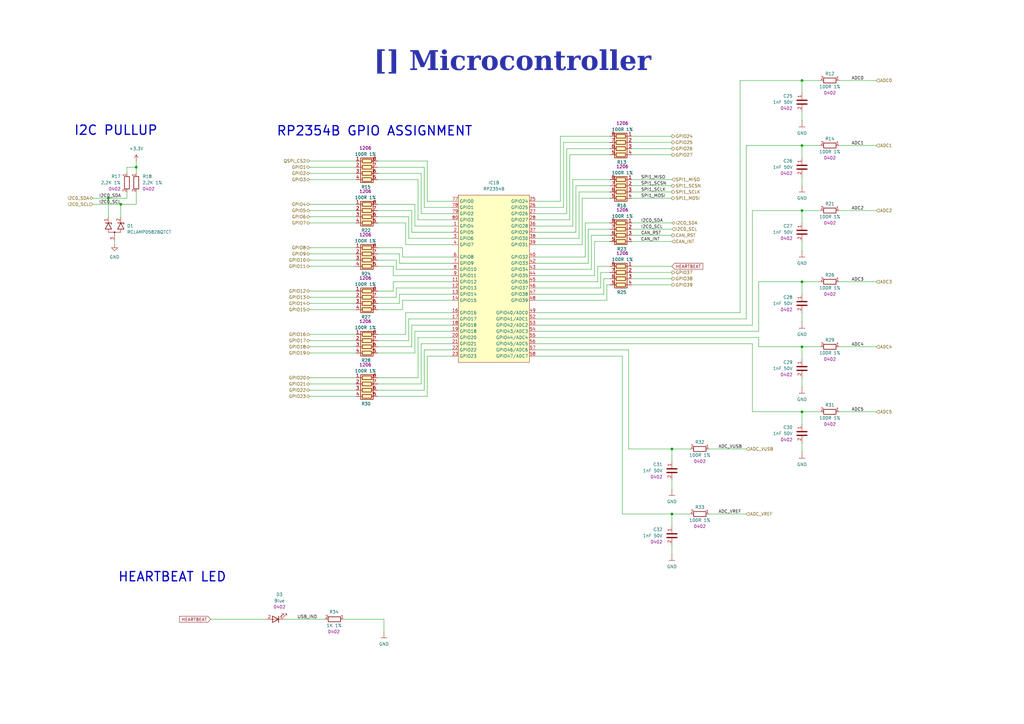
<source format=kicad_sch>
(kicad_sch (version 20250114) (generator "eeschema") (generator_version "9.0")
  (paper "A3")
  (title_block (title "Microcontroller") (date "2026-01-31") (rev "${REVISION}") (company "${COMPANY}"))
  (lib_symbols
    (symbol "DS_Capacitor_0402:1nF 50V 0402"
      (property "Reference" "C" (at 3.81 2.032 0))
      (property "Value" "1nF 50V" (at 3.81 0 0))
      (property "FOOTPRINT_SHORT" "0402" (at 3.81 -2.032 0))
      (symbol "1nF 50V 0402_1_1"
        (pin passive line (at 0 3.81 270) (length 2.794) (name "~") (number "1"))
        (pin passive line (at 0 -3.81 90) (length 2.794) (name "~") (number "2"))
      )
    )
    (symbol "DS_Diode:RCLAMP0582BQTCT"
      (property "Reference" "D" (at 5.588 1.778 0))
      (property "Value" "RCLAMP0582BQTCT" (at 5.588 -0.254 0))
      (symbol "RCLAMP0582BQTCT_0_1"
        (pin passive line (at 0 -5.08 90) (length 2.54) (name "A") (number "3"))
      )
      (symbol "RCLAMP0582BQTCT_1_1"
        (pin passive line (at -2.54 5.08 270) (length 2.54) (name "K1") (number "1"))
        (pin passive line (at 2.54 5.08 270) (length 2.54) (name "K2") (number "2"))
      )
    )
    (symbol "DS_Microcontroller:RP2354B"
      (property "Reference" "IC" (at 5.588 39.37 0))
      (property "Value" "RP2354B" (at 6.096 36.83 0))
      (symbol "RP2354B_1_1"
        (pin power_in line (at -16.51 31.75 0) (length 2.54) (name "IOVDD1") (number "5"))
        (pin power_in line (at -16.51 29.21 0) (length 2.54) (name "IOVDD2") (number "15"))
        (pin power_in line (at -16.51 26.67 0) (length 2.54) (name "IOVDD3") (number "24"))
        (pin power_in line (at -16.51 24.13 0) (length 2.54) (name "IOVDD4") (number "29"))
        (pin power_in line (at -16.51 21.59 0) (length 2.54) (name "IOVDD5") (number "41"))
        (pin power_in line (at -16.51 19.05 0) (length 2.54) (name "IOVDD6") (number "50"))
        (pin power_in line (at -16.51 16.51 0) (length 2.54) (name "IOVDD7") (number "60"))
        (pin power_in line (at -16.51 13.97 0) (length 2.54) (name "IOVDD8") (number "76"))
        (pin passive line (at -16.51 7.62 0) (length 2.54) (name "ADC_AVDD") (number "59"))
        (pin power_in line (at -16.51 5.08 0) (length 2.54) (name "VREG_AVDD") (number "61"))
        (pin power_in line (at -16.51 0 0) (length 2.54) (name "QSPI_IOVDD") (number "69"))
        (pin power_in line (at -16.51 -2.54 0) (length 2.54) (name "USB_OTP_VDD") (number "68"))
        (pin power_in line (at -16.51 -7.62 0) (length 2.54) (name "VREG_IN") (number "64"))
        (pin power_out line (at -16.51 -10.16 0) (length 2.54) (name "VREF_FB") (number "65"))
        (pin passive line (at -16.51 -12.7 0) (length 2.54) (name "VREG_LC") (number "63"))
        (pin power_in line (at -16.51 -17.78 0) (length 2.54) (name "DVDD1") (number "10"))
        (pin power_in line (at -16.51 -20.32 0) (length 2.54) (name "DVDD2") (number "32"))
        (pin power_in line (at -16.51 -22.86 0) (length 2.54) (name "DVDD3") (number "51"))
        (pin power_in line (at -16.51 -29.21 0) (length 2.54) (name "VREG_PGND") (number "62"))
        (pin power_in line (at -16.51 -31.75 0) (length 2.54) (name "GND") (number "81"))
        (pin input line (at 17.78 31.75 180) (length 2.54) (name "RUN") (number "35"))
        (pin passive line (at 17.78 19.05 180) (length 2.54) (name "USB_DM") (number "66"))
        (pin passive line (at 17.78 16.51 180) (length 2.54) (name "USB_DP") (number "67"))
        (pin passive line (at 17.78 10.16 180) (length 2.54) (name "SWDIO") (number "34"))
        (pin passive line (at 17.78 7.62 180) (length 2.54) (name "SWCLK") (number "33"))
        (pin passive line (at 17.78 0 180) (length 2.54) (name "XIN") (number "30"))
        (pin passive line (at 17.78 -2.54 180) (length 2.54) (name "XOUT") (number "31"))
        (pin passive line (at 17.78 -19.05 180) (length 2.54) (name "QSPI_SS") (number "75"))
        (pin passive line (at 17.78 -21.59 180) (length 2.54) (name "QSPI_SCLK") (number "71"))
        (pin passive line (at 17.78 -24.13 180) (length 2.54) (name "QSPI_SD0") (number "72"))
        (pin passive line (at 17.78 -26.67 180) (length 2.54) (name "QSPI_SD1") (number "74"))
        (pin passive line (at 17.78 -29.21 180) (length 2.54) (name "QSPI_SD2") (number "73"))
        (pin passive line (at 17.78 -31.75 180) (length 2.54) (name "QSPI_SD3") (number "70"))
      )
      (symbol "RP2354B_2_1"
        (pin bidirectional line (at -16.51 31.75 0) (length 2.54) (name "GPIO0") (number "77"))
        (pin bidirectional line (at -16.51 29.21 0) (length 2.54) (name "GPIO1") (number "78"))
        (pin bidirectional line (at -16.51 26.67 0) (length 2.54) (name "GPIO2") (number "79"))
        (pin bidirectional line (at -16.51 24.13 0) (length 2.54) (name "GPIO3") (number "80"))
        (pin bidirectional line (at -16.51 21.59 0) (length 2.54) (name "GPIO4") (number "1"))
        (pin bidirectional line (at -16.51 19.05 0) (length 2.54) (name "GPIO5") (number "2"))
        (pin bidirectional line (at -16.51 16.51 0) (length 2.54) (name "GPIO6") (number "3"))
        (pin bidirectional line (at -16.51 13.97 0) (length 2.54) (name "GPIO7") (number "4"))
        (pin bidirectional line (at -16.51 8.89 0) (length 2.54) (name "GPIO8") (number "6"))
        (pin bidirectional line (at -16.51 6.35 0) (length 2.54) (name "GPIO9") (number "7"))
        (pin bidirectional line (at -16.51 3.81 0) (length 2.54) (name "GPIO10") (number "8"))
        (pin bidirectional line (at -16.51 1.27 0) (length 2.54) (name "GPIO11") (number "9"))
        (pin bidirectional line (at -16.51 -1.27 0) (length 2.54) (name "GPIO12") (number "11"))
        (pin bidirectional line (at -16.51 -3.81 0) (length 2.54) (name "GPIO13") (number "12"))
        (pin bidirectional line (at -16.51 -6.35 0) (length 2.54) (name "GPIO14") (number "13"))
        (pin bidirectional line (at -16.51 -8.89 0) (length 2.54) (name "GPIO15") (number "14"))
        (pin bidirectional line (at -16.51 -13.97 0) (length 2.54) (name "GPIO16") (number "16"))
        (pin bidirectional line (at -16.51 -16.51 0) (length 2.54) (name "GPIO17") (number "17"))
        (pin bidirectional line (at -16.51 -19.05 0) (length 2.54) (name "GPIO18") (number "18"))
        (pin bidirectional line (at -16.51 -21.59 0) (length 2.54) (name "GPIO18") (number "19"))
        (pin bidirectional line (at -16.51 -24.13 0) (length 2.54) (name "GPIO20") (number "20"))
        (pin bidirectional line (at -16.51 -26.67 0) (length 2.54) (name "GPIO21") (number "21"))
        (pin bidirectional line (at -16.51 -29.21 0) (length 2.54) (name "GPIO22") (number "22"))
        (pin bidirectional line (at -16.51 -31.75 0) (length 2.54) (name "GPIO23") (number "23"))
        (pin bidirectional line (at 17.78 31.75 180) (length 2.54) (name "GPIO24") (number "25"))
        (pin bidirectional line (at 17.78 29.21 180) (length 2.54) (name "GPIO25") (number "26"))
        (pin bidirectional line (at 17.78 26.67 180) (length 2.54) (name "GPIO26") (number "27"))
        (pin bidirectional line (at 17.78 24.13 180) (length 2.54) (name "GPIO27") (number "28"))
        (pin bidirectional line (at 17.78 21.59 180) (length 2.54) (name "GPIO28") (number "36"))
        (pin bidirectional line (at 17.78 19.05 180) (length 2.54) (name "GPIO29") (number "37"))
        (pin bidirectional line (at 17.78 16.51 180) (length 2.54) (name "GPIO30") (number "38"))
        (pin bidirectional line (at 17.78 13.97 180) (length 2.54) (name "GPIO31") (number "39"))
        (pin bidirectional line (at 17.78 8.89 180) (length 2.54) (name "GPIO32") (number "40"))
        (pin bidirectional line (at 17.78 6.35 180) (length 2.54) (name "GPIO33") (number "42"))
        (pin bidirectional line (at 17.78 3.81 180) (length 2.54) (name "GPIO34") (number "43"))
        (pin bidirectional line (at 17.78 1.27 180) (length 2.54) (name "GPIO35") (number "44"))
        (pin bidirectional line (at 17.78 -1.27 180) (length 2.54) (name "GPIO36") (number "45"))
        (pin bidirectional line (at 17.78 -3.81 180) (length 2.54) (name "GPIO37") (number "46"))
        (pin bidirectional line (at 17.78 -6.35 180) (length 2.54) (name "GPIO38") (number "47"))
        (pin bidirectional line (at 17.78 -8.89 180) (length 2.54) (name "GPIO39") (number "48"))
        (pin bidirectional line (at 17.78 -13.97 180) (length 2.54) (name "GPIO40/ADC0") (number "49"))
        (pin bidirectional line (at 17.78 -16.51 180) (length 2.54) (name "GPIO41/ADC1") (number "52"))
        (pin bidirectional line (at 17.78 -19.05 180) (length 2.54) (name "GPIO42/ADC2") (number "53"))
        (pin bidirectional line (at 17.78 -21.59 180) (length 2.54) (name "GPIO43/ADC3") (number "54"))
        (pin bidirectional line (at 17.78 -24.13 180) (length 2.54) (name "GPIO44/ADC4") (number "55"))
        (pin bidirectional line (at 17.78 -26.67 180) (length 2.54) (name "GPIO45/ADC5") (number "56"))
        (pin bidirectional line (at 17.78 -29.21 180) (length 2.54) (name "GPIO46/ADC6") (number "57"))
        (pin bidirectional line (at 17.78 -31.75 180) (length 2.54) (name "GPIO47/ADC7") (number "58"))
      )
    )
    (symbol "DS_Opto:Blue 0402"
      (property "Reference" "D" (at -1.27 5.08 0))
      (property "Value" "Blue" (at -1.27 2.794 0))
      (property "Size" "0402" (at -1.016 -3.302 0))
      (symbol "Blue 0402_1_1"
        (pin passive line (at -3.81 0 0) (length 2.54) (name "") (number "1"))
        (pin passive line (at 3.81 0 180) (length 2.54) (name "") (number "2"))
      )
    )
    (symbol "DS_Resistor_0402:100R 1% 0402"
      (property "Reference" "R" (at 2.032 2.032 0))
      (property "Value" "100R 1%" (at 2.032 0 0))
      (property "FOOTPRINT_SHORT" "0402" (at 2.032 -2.032 0))
      (symbol "100R 1% 0402_1_1"
        (pin passive line (at 0 3.81 270) (length 1.27) (name "~") (number "1"))
        (pin passive line (at 0 -3.81 90) (length 1.27) (name "~") (number "2"))
      )
    )
    (symbol "DS_Resistor_0402:1K 1% 0402"
      (property "Reference" "R" (at 2.032 2.032 0))
      (property "Value" "1K 1%" (at 2.032 0 0))
      (property "FOOTPRINT_SHORT" "0402" (at 2.032 -2.032 0))
      (symbol "1K 1% 0402_1_1"
        (pin passive line (at 0 3.81 270) (length 1.27) (name "~") (number "1"))
        (pin passive line (at 0 -3.81 90) (length 1.27) (name "~") (number "2"))
      )
    )
    (symbol "DS_Resistor_0402:2.2K 1% 0402"
      (property "Reference" "R" (at 2.032 2.032 0))
      (property "Value" "2.2K 1%" (at 2.032 0 0))
      (property "FOOTPRINT_SHORT" "0402" (at 2.032 -2.032 0))
      (symbol "2.2K 1% 0402_1_1"
        (pin passive line (at 0 3.81 270) (length 1.27) (name "~") (number "1"))
        (pin passive line (at 0 -3.81 90) (length 1.27) (name "~") (number "2"))
      )
    )
    (symbol "DS_Resistor_1206:100R 1% ARRAY 1206"
      (property "Reference" "R" (at 6.096 2.794 0))
      (property "Value" "100R 1%" (at 6.096 0.762 0))
      (property "FOOTPRINT_SHORT" "1206" (at 6.096 -1.27 0))
      (symbol "100R 1% ARRAY 1206_1_1"
        (pin passive line (at -3.81 5.08 270) (length 2.54) (name "R12") (number "8"))
        (pin passive line (at -3.81 -3.81 90) (length 1.27) (name "R11") (number "1"))
        (pin passive line (at -1.27 5.08 270) (length 2.54) (name "R22") (number "7"))
        (pin passive line (at -1.27 -3.81 90) (length 1.27) (name "R12") (number "2"))
        (pin passive line (at 1.27 5.08 270) (length 2.54) (name "R23") (number "6"))
        (pin passive line (at 1.27 -3.81 90) (length 1.27) (name "R13") (number "3"))
        (pin passive line (at 3.81 5.08 270) (length 2.54) (name "R24") (number "5"))
        (pin passive line (at 3.81 -3.81 90) (length 1.27) (name "R14") (number "4"))
      )
    )
    (symbol "DS_Supply:GND" (power) (pin_numbers (hide yes)) (pin_names (offset 0) (hide yes))
      (property "Value" "GND" (at 0 -3.81 0))
      (symbol "GND_1_1"
        (pin power_in line (at 0 0 270) (length 0) (name "~") (number "1"))
      )
    )
    (symbol "power:+3.3V" (power) (pin_numbers (hide yes)) (pin_names (offset 0) (hide yes))
      (property "Value" "+3.3V" (at 0 3.556 0))
      (symbol "+3.3V_1_1"
        (pin power_in line (at 0 0 90) (length 0) (name "~") (number "1"))
      )
    )
    (symbol "power:GND" (power) (pin_numbers (hide yes)) (pin_names (offset 0) (hide yes))
      (property "Value" "GND" (at 0 -3.81 0))
      (symbol "GND_1_1"
        (pin power_in line (at 0 0 270) (length 0) (name "~") (number "1"))
      )
    )
  )
  (text "I2C PULLUP" (at 30.226 53.594 0) (effects (font (size 3.81 3.81) (thickness 0.508) (bold yes)) (justify left)))
  (text "HEARTBEAT LED" (at 48.26 236.728 0) (effects (font (size 3.81 3.81) (thickness 0.508) (bold yes)) (justify left)))
  (text "RP2354B GPIO ASSIGNMENT" (at 113.284 53.848 0) (effects (font (size 3.81 3.81) (thickness 0.508) (bold yes)) (justify left)))
  (text_box "[${#}] ${TITLE}" (at 12.7 19.05 0) (size 394.97 12.7) (margins 5.9999 5.9999 5.9999 5.9999) (stroke (width -0.0001)) (effects (font (size 8 8) (thickness 1.2) (bold yes))))
  (junction (at 328.93 59.69))
  (junction (at 328.93 86.36))
  (junction (at 275.59 210.82))
  (junction (at 328.93 142.24))
  (junction (at 55.88 68.58))
  (junction (at 44.45 81.28))
  (junction (at 49.53 83.82))
  (junction (at 328.93 33.02))
  (junction (at 275.59 184.15))
  (junction (at 328.93 168.91))
  (junction (at 328.93 115.57))
  (wire (pts (xy 328.93 185.42) (xy 328.93 181.61)))
  (wire (pts (xy 154.94 121.92) (xy 162.56 121.92)))
  (wire (pts (xy 236.22 76.2) (xy 236.22 95.25)))
  (wire (pts (xy 154.94 106.68) (xy 162.56 106.68)))
  (wire (pts (xy 38.1 83.82) (xy 49.53 83.82)))
  (wire (pts (xy 219.71 133.35) (xy 308.61 133.35)))
  (wire (pts (xy 109.22 254) (xy 86.36 254)))
  (wire (pts (xy 247.65 120.65) (xy 219.71 120.65)))
  (wire (pts (xy 328.93 115.57) (xy 328.93 120.65)))
  (wire (pts (xy 166.37 137.16) (xy 166.37 128.27)))
  (wire (pts (xy 157.48 254) (xy 157.48 259.08)))
  (wire (pts (xy 175.26 66.04) (xy 175.26 82.55)))
  (wire (pts (xy 232.41 87.63) (xy 219.71 87.63)))
  (wire (pts (xy 154.94 137.16) (xy 166.37 137.16)))
  (wire (pts (xy 171.45 138.43) (xy 185.42 138.43)))
  (wire (pts (xy 336.55 115.57) (xy 328.93 115.57)))
  (wire (pts (xy 166.37 91.44) (xy 166.37 100.33)))
  (wire (pts (xy 311.15 138.43) (xy 311.15 142.24)))
  (wire (pts (xy 240.03 91.44) (xy 240.03 105.41)))
  (wire (pts (xy 127 160.02) (xy 146.05 160.02)))
  (wire (pts (xy 166.37 100.33) (xy 185.42 100.33)))
  (wire (pts (xy 306.07 184.15) (xy 290.83 184.15)))
  (wire (pts (xy 168.91 142.24) (xy 168.91 133.35)))
  (wire (pts (xy 165.1 105.41) (xy 185.42 105.41)))
  (wire (pts (xy 237.49 78.74) (xy 237.49 97.79)))
  (wire (pts (xy 248.92 116.84) (xy 250.19 116.84)))
  (wire (pts (xy 52.07 68.58) (xy 55.88 68.58)))
  (wire (pts (xy 170.18 135.89) (xy 185.42 135.89)))
  (wire (pts (xy 127 106.68) (xy 146.05 106.68)))
  (wire (pts (xy 259.08 58.42) (xy 275.59 58.42)))
  (wire (pts (xy 55.88 78.74) (xy 55.88 83.82)))
  (wire (pts (xy 241.3 93.98) (xy 241.3 107.95)))
  (wire (pts (xy 250.19 76.2) (xy 236.22 76.2)))
  (wire (pts (xy 127 66.04) (xy 146.05 66.04)))
  (wire (pts (xy 234.95 73.66) (xy 234.95 92.71)))
  (wire (pts (xy 242.57 110.49) (xy 219.71 110.49)))
  (wire (pts (xy 171.45 90.17) (xy 185.42 90.17)))
  (wire (pts (xy 173.99 143.51) (xy 185.42 143.51)))
  (wire (pts (xy 127 142.24) (xy 146.05 142.24)))
  (wire (pts (xy 163.83 104.14) (xy 163.83 107.95)))
  (wire (pts (xy 359.41 33.02) (xy 344.17 33.02)))
  (wire (pts (xy 336.55 86.36) (xy 328.93 86.36)))
  (wire (pts (xy 303.53 128.27) (xy 303.53 33.02)))
  (wire (pts (xy 219.71 138.43) (xy 311.15 138.43)))
  (wire (pts (xy 231.14 85.09) (xy 219.71 85.09)))
  (wire (pts (xy 175.26 146.05) (xy 185.42 146.05)))
  (wire (pts (xy 52.07 71.12) (xy 52.07 68.58)))
  (wire (pts (xy 154.94 157.48) (xy 172.72 157.48)))
  (wire (pts (xy 328.93 76.2) (xy 328.93 72.39)))
  (wire (pts (xy 328.93 142.24) (xy 328.93 147.32)))
  (wire (pts (xy 172.72 87.63) (xy 185.42 87.63)))
  (wire (pts (xy 259.08 55.88) (xy 275.59 55.88)))
  (wire (pts (xy 154.94 66.04) (xy 175.26 66.04)))
  (wire (pts (xy 259.08 91.44) (xy 275.59 91.44)))
  (wire (pts (xy 116.84 254) (xy 133.35 254)))
  (wire (pts (xy 233.68 90.17) (xy 219.71 90.17)))
  (wire (pts (xy 154.94 144.78) (xy 170.18 144.78)))
  (wire (pts (xy 171.45 73.66) (xy 171.45 90.17)))
  (wire (pts (xy 127 101.6) (xy 146.05 101.6)))
  (wire (pts (xy 229.87 55.88) (xy 229.87 82.55)))
  (wire (pts (xy 44.45 81.28) (xy 44.45 88.9)))
  (wire (pts (xy 259.08 76.2) (xy 275.59 76.2)))
  (wire (pts (xy 167.64 97.79) (xy 185.42 97.79)))
  (wire (pts (xy 243.84 113.03) (xy 219.71 113.03)))
  (wire (pts (xy 275.59 184.15) (xy 275.59 189.23)))
  (wire (pts (xy 127 157.48) (xy 146.05 157.48)))
  (wire (pts (xy 172.72 157.48) (xy 172.72 140.97)))
  (wire (pts (xy 275.59 227.33) (xy 275.59 223.52)))
  (wire (pts (xy 238.76 81.28) (xy 238.76 100.33)))
  (wire (pts (xy 306.07 59.69) (xy 328.93 59.69)))
  (wire (pts (xy 165.1 123.19) (xy 185.42 123.19)))
  (wire (pts (xy 52.07 78.74) (xy 52.07 81.28)))
  (wire (pts (xy 170.18 83.82) (xy 170.18 92.71)))
  (wire (pts (xy 238.76 100.33) (xy 219.71 100.33)))
  (wire (pts (xy 245.11 109.22) (xy 250.19 109.22)))
  (wire (pts (xy 161.29 113.03) (xy 185.42 113.03)))
  (wire (pts (xy 259.08 81.28) (xy 275.59 81.28)))
  (wire (pts (xy 154.94 71.12) (xy 172.72 71.12)))
  (wire (pts (xy 246.38 111.76) (xy 250.19 111.76)))
  (wire (pts (xy 219.71 135.89) (xy 311.15 135.89)))
  (wire (pts (xy 336.55 33.02) (xy 328.93 33.02)))
  (wire (pts (xy 359.41 59.69) (xy 344.17 59.69)))
  (wire (pts (xy 259.08 109.22) (xy 275.59 109.22)))
  (wire (pts (xy 127 144.78) (xy 146.05 144.78)))
  (wire (pts (xy 154.94 154.94) (xy 171.45 154.94)))
  (wire (pts (xy 275.59 200.66) (xy 275.59 196.85)))
  (wire (pts (xy 283.21 210.82) (xy 275.59 210.82)))
  (wire (pts (xy 250.19 78.74) (xy 237.49 78.74)))
  (wire (pts (xy 171.45 154.94) (xy 171.45 138.43)))
  (wire (pts (xy 168.91 86.36) (xy 168.91 95.25)))
  (wire (pts (xy 165.1 127) (xy 165.1 123.19)))
  (wire (pts (xy 308.61 86.36) (xy 328.93 86.36)))
  (wire (pts (xy 306.07 130.81) (xy 306.07 59.69)))
  (wire (pts (xy 173.99 68.58) (xy 173.99 85.09)))
  (wire (pts (xy 219.71 143.51) (xy 257.81 143.51)))
  (wire (pts (xy 154.94 127) (xy 165.1 127)))
  (wire (pts (xy 154.94 160.02) (xy 173.99 160.02)))
  (wire (pts (xy 219.71 140.97) (xy 308.61 140.97)))
  (wire (pts (xy 328.93 132.08) (xy 328.93 128.27)))
  (wire (pts (xy 127 109.22) (xy 146.05 109.22)))
  (wire (pts (xy 173.99 160.02) (xy 173.99 143.51)))
  (wire (pts (xy 55.88 68.58) (xy 55.88 71.12)))
  (wire (pts (xy 154.94 88.9) (xy 167.64 88.9)))
  (wire (pts (xy 154.94 109.22) (xy 161.29 109.22)))
  (wire (pts (xy 255.27 210.82) (xy 275.59 210.82)))
  (wire (pts (xy 242.57 96.52) (xy 242.57 110.49)))
  (wire (pts (xy 154.94 68.58) (xy 173.99 68.58)))
  (wire (pts (xy 38.1 81.28) (xy 44.45 81.28)))
  (wire (pts (xy 127 137.16) (xy 146.05 137.16)))
  (wire (pts (xy 162.56 121.92) (xy 162.56 118.11)))
  (wire (pts (xy 336.55 168.91) (xy 328.93 168.91)))
  (wire (pts (xy 162.56 106.68) (xy 162.56 110.49)))
  (wire (pts (xy 328.93 158.75) (xy 328.93 154.94)))
  (wire (pts (xy 127 86.36) (xy 146.05 86.36)))
  (wire (pts (xy 127 83.82) (xy 146.05 83.82)))
  (wire (pts (xy 241.3 107.95) (xy 219.71 107.95)))
  (wire (pts (xy 306.07 210.82) (xy 290.83 210.82)))
  (wire (pts (xy 328.93 59.69) (xy 328.93 64.77)))
  (wire (pts (xy 247.65 114.3) (xy 247.65 120.65)))
  (wire (pts (xy 250.19 58.42) (xy 231.14 58.42)))
  (wire (pts (xy 229.87 82.55) (xy 219.71 82.55)))
  (wire (pts (xy 303.53 33.02) (xy 328.93 33.02)))
  (wire (pts (xy 163.83 124.46) (xy 163.83 120.65)))
  (wire (pts (xy 154.94 139.7) (xy 167.64 139.7)))
  (wire (pts (xy 127 71.12) (xy 146.05 71.12)))
  (wire (pts (xy 308.61 133.35) (xy 308.61 86.36)))
  (wire (pts (xy 259.08 114.3) (xy 275.59 114.3)))
  (wire (pts (xy 46.99 100.33) (xy 46.99 99.06)))
  (wire (pts (xy 168.91 133.35) (xy 185.42 133.35)))
  (wire (pts (xy 127 162.56) (xy 146.05 162.56)))
  (wire (pts (xy 163.83 107.95) (xy 185.42 107.95)))
  (wire (pts (xy 257.81 143.51) (xy 257.81 184.15)))
  (wire (pts (xy 259.08 60.96) (xy 275.59 60.96)))
  (wire (pts (xy 248.92 116.84) (xy 248.92 123.19)))
  (wire (pts (xy 259.08 93.98) (xy 275.59 93.98)))
  (wire (pts (xy 172.72 71.12) (xy 172.72 87.63)))
  (wire (pts (xy 328.93 86.36) (xy 328.93 91.44)))
  (wire (pts (xy 248.92 123.19) (xy 219.71 123.19)))
  (wire (pts (xy 308.61 168.91) (xy 328.93 168.91)))
  (wire (pts (xy 167.64 130.81) (xy 185.42 130.81)))
  (wire (pts (xy 237.49 97.79) (xy 219.71 97.79)))
  (wire (pts (xy 311.15 135.89) (xy 311.15 115.57)))
  (wire (pts (xy 49.53 83.82) (xy 55.88 83.82)))
  (wire (pts (xy 173.99 85.09) (xy 185.42 85.09)))
  (wire (pts (xy 127 68.58) (xy 146.05 68.58)))
  (wire (pts (xy 259.08 116.84) (xy 275.59 116.84)))
  (wire (pts (xy 259.08 78.74) (xy 275.59 78.74)))
  (wire (pts (xy 154.94 162.56) (xy 175.26 162.56)))
  (wire (pts (xy 154.94 73.66) (xy 171.45 73.66)))
  (wire (pts (xy 240.03 105.41) (xy 219.71 105.41)))
  (wire (pts (xy 250.19 60.96) (xy 232.41 60.96)))
  (wire (pts (xy 170.18 144.78) (xy 170.18 135.89)))
  (wire (pts (xy 336.55 142.24) (xy 328.93 142.24)))
  (wire (pts (xy 167.64 88.9) (xy 167.64 97.79)))
  (wire (pts (xy 308.61 140.97) (xy 308.61 168.91)))
  (wire (pts (xy 259.08 111.76) (xy 275.59 111.76)))
  (wire (pts (xy 328.93 102.87) (xy 328.93 99.06)))
  (wire (pts (xy 259.08 63.5) (xy 275.59 63.5)))
  (wire (pts (xy 250.19 96.52) (xy 242.57 96.52)))
  (wire (pts (xy 243.84 99.06) (xy 243.84 113.03)))
  (wire (pts (xy 161.29 119.38) (xy 154.94 119.38)))
  (wire (pts (xy 49.53 83.82) (xy 49.53 88.9)))
  (wire (pts (xy 127 73.66) (xy 146.05 73.66)))
  (wire (pts (xy 255.27 146.05) (xy 219.71 146.05)))
  (wire (pts (xy 250.19 73.66) (xy 234.95 73.66)))
  (wire (pts (xy 154.94 101.6) (xy 165.1 101.6)))
  (wire (pts (xy 127 91.44) (xy 146.05 91.44)))
  (wire (pts (xy 359.41 115.57) (xy 344.17 115.57)))
  (wire (pts (xy 154.94 91.44) (xy 166.37 91.44)))
  (wire (pts (xy 219.71 128.27) (xy 303.53 128.27)))
  (wire (pts (xy 55.88 66.04) (xy 55.88 68.58)))
  (wire (pts (xy 163.83 120.65) (xy 185.42 120.65)))
  (wire (pts (xy 140.97 254) (xy 157.48 254)))
  (wire (pts (xy 168.91 95.25) (xy 185.42 95.25)))
  (wire (pts (xy 127 124.46) (xy 146.05 124.46)))
  (wire (pts (xy 170.18 92.71) (xy 185.42 92.71)))
  (wire (pts (xy 127 127) (xy 146.05 127)))
  (wire (pts (xy 359.41 142.24) (xy 344.17 142.24)))
  (wire (pts (xy 246.38 118.11) (xy 219.71 118.11)))
  (wire (pts (xy 259.08 96.52) (xy 275.59 96.52)))
  (wire (pts (xy 311.15 142.24) (xy 328.93 142.24)))
  (wire (pts (xy 247.65 114.3) (xy 250.19 114.3)))
  (wire (pts (xy 234.95 92.71) (xy 219.71 92.71)))
  (wire (pts (xy 127 88.9) (xy 146.05 88.9)))
  (wire (pts (xy 250.19 91.44) (xy 240.03 91.44)))
  (wire (pts (xy 336.55 59.69) (xy 328.93 59.69)))
  (wire (pts (xy 250.19 99.06) (xy 243.84 99.06)))
  (wire (pts (xy 359.41 86.36) (xy 344.17 86.36)))
  (wire (pts (xy 175.26 82.55) (xy 185.42 82.55)))
  (wire (pts (xy 236.22 95.25) (xy 219.71 95.25)))
  (wire (pts (xy 161.29 115.57) (xy 185.42 115.57)))
  (wire (pts (xy 44.45 81.28) (xy 52.07 81.28)))
  (wire (pts (xy 127 154.94) (xy 146.05 154.94)))
  (wire (pts (xy 328.93 49.53) (xy 328.93 45.72)))
  (wire (pts (xy 231.14 58.42) (xy 231.14 85.09)))
  (wire (pts (xy 257.81 184.15) (xy 275.59 184.15)))
  (wire (pts (xy 154.94 142.24) (xy 168.91 142.24)))
  (wire (pts (xy 172.72 140.97) (xy 185.42 140.97)))
  (wire (pts (xy 359.41 168.91) (xy 344.17 168.91)))
  (wire (pts (xy 154.94 83.82) (xy 170.18 83.82)))
  (wire (pts (xy 259.08 99.06) (xy 275.59 99.06)))
  (wire (pts (xy 161.29 109.22) (xy 161.29 113.03)))
  (wire (pts (xy 167.64 139.7) (xy 167.64 130.81)))
  (wire (pts (xy 245.11 109.22) (xy 245.11 115.57)))
  (wire (pts (xy 250.19 93.98) (xy 241.3 93.98)))
  (wire (pts (xy 233.68 63.5) (xy 233.68 90.17)))
  (wire (pts (xy 127 139.7) (xy 146.05 139.7)))
  (wire (pts (xy 219.71 130.81) (xy 306.07 130.81)))
  (wire (pts (xy 154.94 86.36) (xy 168.91 86.36)))
  (wire (pts (xy 250.19 81.28) (xy 238.76 81.28)))
  (wire (pts (xy 166.37 128.27) (xy 185.42 128.27)))
  (wire (pts (xy 255.27 210.82) (xy 255.27 146.05)))
  (wire (pts (xy 246.38 111.76) (xy 246.38 118.11)))
  (wire (pts (xy 154.94 124.46) (xy 163.83 124.46)))
  (wire (pts (xy 175.26 162.56) (xy 175.26 146.05)))
  (wire (pts (xy 328.93 33.02) (xy 328.93 38.1)))
  (wire (pts (xy 328.93 168.91) (xy 328.93 173.99)))
  (wire (pts (xy 250.19 55.88) (xy 229.87 55.88)))
  (wire (pts (xy 232.41 60.96) (xy 232.41 87.63)))
  (wire (pts (xy 165.1 101.6) (xy 165.1 105.41)))
  (wire (pts (xy 127 104.14) (xy 146.05 104.14)))
  (wire (pts (xy 275.59 210.82) (xy 275.59 215.9)))
  (wire (pts (xy 311.15 115.57) (xy 328.93 115.57)))
  (wire (pts (xy 127 121.92) (xy 146.05 121.92)))
  (wire (pts (xy 245.11 115.57) (xy 219.71 115.57)))
  (wire (pts (xy 250.19 63.5) (xy 233.68 63.5)))
  (wire (pts (xy 283.21 184.15) (xy 275.59 184.15)))
  (wire (pts (xy 154.94 104.14) (xy 163.83 104.14)))
  (wire (pts (xy 162.56 118.11) (xy 185.42 118.11)))
  (wire (pts (xy 259.08 73.66) (xy 275.59 73.66)))
  (wire (pts (xy 162.56 110.49) (xy 185.42 110.49)))
  (wire (pts (xy 127 119.38) (xy 146.05 119.38)))
  (wire (pts (xy 161.29 115.57) (xy 161.29 119.38)))
  (label "USB_IND" (at 121.92 254 0))
  (label "CAN_RST" (at 262.89 96.52 0))
  (label "ADC1" (at 349.25 59.69 0))
  (label "I2C0_SCL" (at 40.64 83.82 0))
  (label "I2C0_SDA" (at 262.89 91.44 0))
  (label "ADC_VREF" (at 294.64 210.82 0))
  (label "ADC4" (at 349.25 142.24 0))
  (label "SPI1_MOSI" (at 262.89 81.28 0))
  (label "SPI1_SCSN" (at 262.89 76.2 0))
  (label "SPI1_SCLK" (at 262.89 78.74 0))
  (label "SPI1_MISO" (at 262.89 73.66 0))
  (label "ADC3" (at 349.25 115.57 0))
  (label "I2C0_SDA" (at 40.64 81.28 0))
  (label "ADC0" (at 349.25 33.02 0))
  (label "ADC_VUSB" (at 294.64 184.15 0))
  (label "ADC5" (at 349.25 168.91 0))
  (label "I2C0_SCL" (at 262.89 93.98 0))
  (label "ADC2" (at 349.25 86.36 0))
  (label "CAN_INT" (at 262.89 99.06 0))
  (global_label "HEARTBEAT" (shape input) (at 275.59 109.22 0) (property "Intersheetrefs" "${INTERSHEET_REFS}" (effects (hide yes))))
  (global_label "HEARTBEAT" (shape input) (at 86.36 254 180) (property "Intersheetrefs" "${INTERSHEET_REFS}" (effects (hide yes))))
  (hierarchical_label "GPIO27" (shape output) (at 275.59 63.5 0))
  (hierarchical_label "GPIO26" (shape output) (at 275.59 60.96 0))
  (hierarchical_label "I2C0_SCL" (shape input) (at 38.1 83.82 180))
  (hierarchical_label "I2C0_SDA" (shape bidirectional) (at 38.1 81.28 180))
  (hierarchical_label "GPIO19" (shape bidirectional) (at 127 144.78 180))
  (hierarchical_label "I2C0_SDA" (shape bidirectional) (at 275.59 91.44 0))
  (hierarchical_label "CAN_RST" (shape output) (at 275.59 96.52 0))
  (hierarchical_label "GPIO12" (shape bidirectional) (at 127 119.38 180))
  (hierarchical_label "GPIO39" (shape output) (at 275.59 116.84 0))
  (hierarchical_label "GPIO10" (shape bidirectional) (at 127 106.68 180))
  (hierarchical_label "GPIO6" (shape bidirectional) (at 127 88.9 180))
  (hierarchical_label "GPIO23" (shape bidirectional) (at 127 162.56 180))
  (hierarchical_label "GPIO8" (shape bidirectional) (at 127 101.6 180))
  (hierarchical_label "GPIO16" (shape bidirectional) (at 127 137.16 180))
  (hierarchical_label "GPIO1" (shape bidirectional) (at 127 68.58 180))
  (hierarchical_label "I2C0_SCL" (shape input) (at 275.59 93.98 0))
  (hierarchical_label "GPIO3" (shape bidirectional) (at 127 73.66 180))
  (hierarchical_label "ADC2" (shape input) (at 359.41 86.36 0))
  (hierarchical_label "ADC1" (shape input) (at 359.41 59.69 0))
  (hierarchical_label "CAN_INT" (shape input) (at 275.59 99.06 0))
  (hierarchical_label "GPIO18" (shape bidirectional) (at 127 142.24 180))
  (hierarchical_label "GPIO2" (shape bidirectional) (at 127 71.12 180))
  (hierarchical_label "ADC3" (shape input) (at 359.41 115.57 0))
  (hierarchical_label "GPIO14" (shape bidirectional) (at 127 124.46 180))
  (hierarchical_label "SPI1_MISO" (shape input) (at 275.59 73.66 0))
  (hierarchical_label "GPIO25" (shape output) (at 275.59 58.42 0))
  (hierarchical_label "GPIO5" (shape bidirectional) (at 127 86.36 180))
  (hierarchical_label "ADC0" (shape input) (at 359.41 33.02 0))
  (hierarchical_label "GPIO20" (shape bidirectional) (at 127 154.94 180))
  (hierarchical_label "QSPI_CS2" (shape bidirectional) (at 127 66.04 180))
  (hierarchical_label "GPIO17" (shape bidirectional) (at 127 139.7 180))
  (hierarchical_label "GPIO15" (shape bidirectional) (at 127 127 180))
  (hierarchical_label "GPIO38" (shape output) (at 275.59 114.3 0))
  (hierarchical_label "ADC5" (shape input) (at 359.41 168.91 0))
  (hierarchical_label "ADC4" (shape input) (at 359.41 142.24 0))
  (hierarchical_label "GPIO4" (shape bidirectional) (at 127 83.82 180))
  (hierarchical_label "GPIO9" (shape bidirectional) (at 127 104.14 180))
  (hierarchical_label "GPIO13" (shape bidirectional) (at 127 121.92 180))
  (hierarchical_label "GPIO21" (shape bidirectional) (at 127 157.48 180))
  (hierarchical_label "ADC_VREF" (shape input) (at 306.07 210.82 0))
  (hierarchical_label "GPIO24" (shape output) (at 275.59 55.88 0))
  (hierarchical_label "SPI1_SCSN" (shape output) (at 275.59 76.2 0))
  (hierarchical_label "GPIO22" (shape bidirectional) (at 127 160.02 180))
  (hierarchical_label "SPI1_SCLK" (shape output) (at 275.59 78.74 0))
  (hierarchical_label "ADC_VUSB" (shape input) (at 306.07 184.15 0))
  (hierarchical_label "GPIO7" (shape bidirectional) (at 127 91.44 180))
  (hierarchical_label "GPIO11" (shape bidirectional) (at 127 109.22 180))
  (hierarchical_label "SPI1_MOSI" (shape output) (at 275.59 81.28 0))
  (hierarchical_label "GPIO37" (shape output) (at 275.59 111.76 0))
  (symbol (lib_id "DS_Resistor_0402:100R 1% 0402") (at 287.02 210.82 270) (mirror x) (unit 1)
    (property "Reference" "R33" (at 287.02 208.026 90))
    (property "Value" "100R 1%" (at 287.02 213.36 90))
    (property "Footprint" "Resistor_SMD:R_0402_1005Metric" (effects (hide yes)))
    (property "Description" "62.5mW Thick Film Resistors 50V ±1% ±200ppm/℃ 100Ω 0402 Chip Resistor - Surface Mount ROHS" (effects (hide yes)))
    (property "LCSC_PART" "C25076" (effects (hide yes)))
    (property "ROHS" "YES" (effects (hide yes)))
    (property "FOOTPRINT_SHORT" "0402" (at 287.02 215.9 90))
  )
  (symbol (lib_id "DS_Diode:RCLAMP0582BQTCT") (at 46.99 93.98 0) (unit 1)
    (property "Reference" "D1" (at 52.07 92.6464 0) (effects (justify left)))
    (property "Value" "RCLAMP0582BQTCT" (at 52.07 95.1864 0) (effects (justify left)))
    (property "Footprint" "DS_Diode:SOT-416" (effects (hide yes)))
    (property "Datasheet" "https://semtech.my.salesforce.com/sfc/p/#E0000000JelG/a/440000001Lzx/0M5l0VFdFhBLS7TSRfd1I2V77GSkvtksC9b.1bnFtjQ" (effects (hide yes)))
    (property "Description" "20V Clamp 15A (8/20µs) Ipp Tvs Diode Surface Mount SC-75 (SOT523)" (effects (hide yes)))
    (property "MPN" "RCLAMP0582BQTCT" (effects (hide yes)))
    (property "MFR" "Semtech Corporation" (effects (hide yes)))
    (property "ROHS" "YES" (effects (hide yes)))
    (property "LCSC_PART" "C841193" (effects (hide yes)))
    (property "LCSC_PRICE" "EUR 0.6770" (effects (hide yes)))
    (property "DIST1" "https://www.digikey.at/en/products/detail/semtech-corporation/rclamp0582bqtct/4626645" (effects (hide yes)))
    (property "PPU1" "EUR 1.79000 DIGI" (effects (hide yes)))
  )
  (symbol (lib_id "DS_Resistor_0402:100R 1% 0402") (at 340.36 59.69 270) (mirror x) (unit 1)
    (property "Reference" "R14" (at 340.36 56.896 90))
    (property "Value" "100R 1%" (at 340.36 62.23 90))
    (property "Footprint" "Resistor_SMD:R_0402_1005Metric" (effects (hide yes)))
    (property "Description" "62.5mW Thick Film Resistors 50V ±1% ±200ppm/℃ 100Ω 0402 Chip Resistor - Surface Mount ROHS" (effects (hide yes)))
    (property "LCSC_PART" "C25076" (effects (hide yes)))
    (property "ROHS" "YES" (effects (hide yes)))
    (property "FOOTPRINT_SHORT" "0402" (at 340.36 64.77 90))
  )
  (symbol (lib_id "DS_Resistor_1206:100R 1% ARRAY 1206") (at 149.86 87.63 270) (unit 1)
    (property "Reference" "R22" (at 150.114 94.488 90))
    (property "Value" "100R 1%" (at 149.86 81.026 90))
    (property "Footprint" "Resistor_SMD:R_Array_Convex_4x0603" (effects (hide yes)))
    (property "Datasheet" "https://jlcpcb.com/api/file/downloadByFileSystemAccessId/8588884044750180352" (effects (hide yes)))
    (property "Description" "100Ω 4 62.5mW 8 ±1% ±200ppm/°C 0603x4 Resistor Networks, Arrays ROHS" (effects (hide yes)))
    (property "LCSC_PART" "C136838" (effects (hide yes)))
    (property "LCSC_PRICE" "EUR 0.0092" (effects (hide yes)))
    (property "ROHS" "YES" (effects (hide yes)))
    (property "FOOTPRINT_SHORT" "1206" (at 149.86 78.486 90))
    (property "MFR" "YAGEO" (effects (hide yes)))
    (property "MPN" "YC164-FR-07100RL" (effects (hide yes)))
  )
  (symbol (lib_id "power:GND") (at 46.99 100.33 0) (unit 1)
    (property "Reference" "#PWR049" (effects (hide yes)))
    (property "Value" "GND" (at 46.99 105.41 0))
    (property "Description" "Power symbol creates a global label with name \"GND\" , ground" (effects (hide yes)))
  )
  (symbol (lib_id "DS_Resistor_1206:100R 1% ARRAY 1206") (at 255.27 95.25 90) (mirror x) (unit 1)
    (property "Reference" "R23" (at 255.016 102.108 90))
    (property "Value" "100R 1%" (at 255.27 88.646 90))
    (property "Footprint" "Resistor_SMD:R_Array_Convex_4x0603" (effects (hide yes)))
    (property "Datasheet" "https://jlcpcb.com/api/file/downloadByFileSystemAccessId/8588884044750180352" (effects (hide yes)))
    (property "Description" "100Ω 4 62.5mW 8 ±1% ±200ppm/°C 0603x4 Resistor Networks, Arrays ROHS" (effects (hide yes)))
    (property "LCSC_PART" "C136838" (effects (hide yes)))
    (property "LCSC_PRICE" "EUR 0.0092" (effects (hide yes)))
    (property "ROHS" "YES" (effects (hide yes)))
    (property "FOOTPRINT_SHORT" "1206" (at 255.27 86.106 90))
    (property "MFR" "YAGEO" (effects (hide yes)))
    (property "MPN" "YC164-FR-07100RL" (effects (hide yes)))
  )
  (symbol (lib_id "DS_Supply:GND") (at 328.93 185.42 0) (unit 1)
    (property "Reference" "#PWR053" (effects (hide yes)))
    (property "Value" "GND" (at 328.93 190.5 0))
    (property "Description" "Power symbol creates a global label with name \"GND\" , ground" (effects (hide yes)))
  )
  (symbol (lib_id "DS_Resistor_1206:100R 1% ARRAY 1206") (at 255.27 77.47 90) (mirror x) (unit 1)
    (property "Reference" "R16" (at 255.016 84.328 90))
    (property "Value" "100R 1%" (at 255.27 70.866 90))
    (property "Footprint" "Resistor_SMD:R_Array_Convex_4x0603" (effects (hide yes)))
    (property "Datasheet" "https://jlcpcb.com/api/file/downloadByFileSystemAccessId/8588884044750180352" (effects (hide yes)))
    (property "Description" "100Ω 4 62.5mW 8 ±1% ±200ppm/°C 0603x4 Resistor Networks, Arrays ROHS" (effects (hide yes)))
    (property "LCSC_PART" "C136838" (effects (hide yes)))
    (property "LCSC_PRICE" "EUR 0.0092" (effects (hide yes)))
    (property "ROHS" "YES" (effects (hide yes)))
    (property "FOOTPRINT_SHORT" "1206" (at 255.27 68.326 90))
    (property "MFR" "YAGEO" (effects (hide yes)))
    (property "MPN" "YC164-FR-07100RL" (effects (hide yes)))
  )
  (symbol (lib_id "DS_Resistor_1206:100R 1% ARRAY 1206") (at 149.86 158.75 270) (unit 1)
    (property "Reference" "R30" (at 150.114 165.608 90))
    (property "Value" "100R 1%" (at 149.86 152.146 90))
    (property "Footprint" "Resistor_SMD:R_Array_Convex_4x0603" (effects (hide yes)))
    (property "Datasheet" "https://jlcpcb.com/api/file/downloadByFileSystemAccessId/8588884044750180352" (effects (hide yes)))
    (property "Description" "100Ω 4 62.5mW 8 ±1% ±200ppm/°C 0603x4 Resistor Networks, Arrays ROHS" (effects (hide yes)))
    (property "LCSC_PART" "C136838" (effects (hide yes)))
    (property "LCSC_PRICE" "EUR 0.0092" (effects (hide yes)))
    (property "ROHS" "YES" (effects (hide yes)))
    (property "FOOTPRINT_SHORT" "1206" (at 149.86 149.606 90))
    (property "MFR" "YAGEO" (effects (hide yes)))
    (property "MPN" "YC164-FR-07100RL" (effects (hide yes)))
  )
  (symbol (lib_id "DS_Resistor_1206:100R 1% ARRAY 1206") (at 255.27 59.69 90) (mirror x) (unit 1)
    (property "Reference" "R13" (at 255.016 66.548 90))
    (property "Value" "100R 1%" (at 255.27 53.086 90))
    (property "Footprint" "Resistor_SMD:R_Array_Convex_4x0603" (effects (hide yes)))
    (property "Datasheet" "https://jlcpcb.com/api/file/downloadByFileSystemAccessId/8588884044750180352" (effects (hide yes)))
    (property "Description" "100Ω 4 62.5mW 8 ±1% ±200ppm/°C 0603x4 Resistor Networks, Arrays ROHS" (effects (hide yes)))
    (property "LCSC_PART" "C136838" (effects (hide yes)))
    (property "LCSC_PRICE" "EUR 0.0092" (effects (hide yes)))
    (property "ROHS" "YES" (effects (hide yes)))
    (property "FOOTPRINT_SHORT" "1206" (at 255.27 50.546 90))
    (property "MFR" "YAGEO" (effects (hide yes)))
    (property "MPN" "YC164-FR-07100RL" (effects (hide yes)))
  )
  (symbol (lib_id "DS_Capacitor_0402:1nF 50V 0402") (at 328.93 95.25 0) (unit 1)
    (property "Reference" "C27" (at 325.12 92.7099 0) (effects (justify right)))
    (property "Value" "1nF 50V" (at 325.12 95.2499 0) (effects (justify right)))
    (property "Footprint" "Capacitor_SMD:C_0402_1005Metric" (effects (hide yes)))
    (property "Description" "50V 1nF X7R ±10% 0402 Multilayer Ceramic Capacitors MLCC - SMD/SMT ROHS" (effects (hide yes)))
    (property "FOOTPRINT_SHORT" "0402" (at 325.12 97.7899 0) (effects (justify right)))
    (property "ROHS" "YES" (effects (hide yes)))
    (property "LCSC_PART" "C14442" (effects (hide yes)))
  )
  (symbol (lib_id "DS_Resistor_1206:100R 1% ARRAY 1206") (at 149.86 69.85 270) (unit 1)
    (property "Reference" "R15" (at 150.114 76.708 90))
    (property "Value" "100R 1%" (at 149.86 63.246 90))
    (property "Footprint" "Resistor_SMD:R_Array_Convex_4x0603" (effects (hide yes)))
    (property "Datasheet" "https://jlcpcb.com/api/file/downloadByFileSystemAccessId/8588884044750180352" (effects (hide yes)))
    (property "Description" "100Ω 4 62.5mW 8 ±1% ±200ppm/°C 0603x4 Resistor Networks, Arrays ROHS" (effects (hide yes)))
    (property "LCSC_PART" "C136838" (effects (hide yes)))
    (property "LCSC_PRICE" "EUR 0.0092" (effects (hide yes)))
    (property "ROHS" "YES" (effects (hide yes)))
    (property "FOOTPRINT_SHORT" "1206" (at 149.86 60.706 90))
    (property "MFR" "YAGEO" (effects (hide yes)))
    (property "MPN" "YC164-FR-07100RL" (effects (hide yes)))
  )
  (symbol (lib_id "DS_Supply:GND") (at 328.93 132.08 0) (unit 1)
    (property "Reference" "#PWR051" (effects (hide yes)))
    (property "Value" "GND" (at 328.93 137.16 0))
    (property "Description" "Power symbol creates a global label with name \"GND\" , ground" (effects (hide yes)))
  )
  (symbol (lib_id "DS_Capacitor_0402:1nF 50V 0402") (at 328.93 177.8 0) (unit 1)
    (property "Reference" "C30" (at 325.12 175.2599 0) (effects (justify right)))
    (property "Value" "1nF 50V" (at 325.12 177.7999 0) (effects (justify right)))
    (property "Footprint" "Capacitor_SMD:C_0402_1005Metric" (effects (hide yes)))
    (property "Description" "50V 1nF X7R ±10% 0402 Multilayer Ceramic Capacitors MLCC - SMD/SMT ROHS" (effects (hide yes)))
    (property "FOOTPRINT_SHORT" "0402" (at 325.12 180.3399 0) (effects (justify right)))
    (property "ROHS" "YES" (effects (hide yes)))
    (property "LCSC_PART" "C14442" (effects (hide yes)))
  )
  (symbol (lib_id "DS_Capacitor_0402:1nF 50V 0402") (at 328.93 68.58 0) (unit 1)
    (property "Reference" "C26" (at 325.12 66.0399 0) (effects (justify right)))
    (property "Value" "1nF 50V" (at 325.12 68.5799 0) (effects (justify right)))
    (property "Footprint" "Capacitor_SMD:C_0402_1005Metric" (effects (hide yes)))
    (property "Description" "50V 1nF X7R ±10% 0402 Multilayer Ceramic Capacitors MLCC - SMD/SMT ROHS" (effects (hide yes)))
    (property "FOOTPRINT_SHORT" "0402" (at 325.12 71.1199 0) (effects (justify right)))
    (property "ROHS" "YES" (effects (hide yes)))
    (property "LCSC_PART" "C14442" (effects (hide yes)))
  )
  (symbol (lib_id "DS_Capacitor_0402:1nF 50V 0402") (at 328.93 41.91 0) (unit 1)
    (property "Reference" "C25" (at 325.12 39.3699 0) (effects (justify right)))
    (property "Value" "1nF 50V" (at 325.12 41.9099 0) (effects (justify right)))
    (property "Footprint" "Capacitor_SMD:C_0402_1005Metric" (effects (hide yes)))
    (property "Description" "50V 1nF X7R ±10% 0402 Multilayer Ceramic Capacitors MLCC - SMD/SMT ROHS" (effects (hide yes)))
    (property "FOOTPRINT_SHORT" "0402" (at 325.12 44.4499 0) (effects (justify right)))
    (property "ROHS" "YES" (effects (hide yes)))
    (property "LCSC_PART" "C14442" (effects (hide yes)))
  )
  (symbol (lib_id "power:+3.3V") (at 55.88 66.04 0) (unit 1)
    (property "Reference" "#PWR045" (effects (hide yes)))
    (property "Value" "+3.3V" (at 55.88 60.96 0))
    (property "Description" "Power symbol creates a global label with name \"+3.3V\"" (effects (hide yes)))
  )
  (symbol (lib_id "DS_Resistor_0402:1K 1% 0402") (at 137.16 254 270) (unit 1)
    (property "Reference" "R34" (at 138.938 250.952 90) (effects (justify right)))
    (property "Value" "1K 1%" (at 140.208 256.54 90) (effects (justify right)))
    (property "Footprint" "Resistor_SMD:R_0402_1005Metric" (effects (hide yes)))
    (property "Description" "62.5mW Thick Film Resistors 50V ±100ppm/℃ ±1% 1kΩ 0402 Chip Resistor - Surface Mount ROHS" (effects (hide yes)))
    (property "LCSC_PART" "C11702" (effects (hide yes)))
    (property "ROHS" "YES" (effects (hide yes)))
    (property "FOOTPRINT_SHORT" "0402" (at 139.446 259.08 90) (effects (justify right)))
    (property "MFR" "FH" (effects (hide yes)))
  )
  (symbol (lib_id "DS_Capacitor_0402:1nF 50V 0402") (at 275.59 193.04 0) (unit 1)
    (property "Reference" "C31" (at 271.78 190.4999 0) (effects (justify right)))
    (property "Value" "1nF 50V" (at 271.78 193.0399 0) (effects (justify right)))
    (property "Footprint" "Capacitor_SMD:C_0402_1005Metric" (effects (hide yes)))
    (property "Description" "50V 1nF X7R ±10% 0402 Multilayer Ceramic Capacitors MLCC - SMD/SMT ROHS" (effects (hide yes)))
    (property "FOOTPRINT_SHORT" "0402" (at 271.78 195.5799 0) (effects (justify right)))
    (property "ROHS" "YES" (effects (hide yes)))
    (property "LCSC_PART" "C14442" (effects (hide yes)))
  )
  (symbol (lib_id "DS_Supply:GND") (at 328.93 102.87 0) (unit 1)
    (property "Reference" "#PWR048" (effects (hide yes)))
    (property "Value" "GND" (at 328.93 107.95 0))
    (property "Description" "Power symbol creates a global label with name \"GND\" , ground" (effects (hide yes)))
  )
  (symbol (lib_id "DS_Supply:GND") (at 328.93 76.2 0) (unit 1)
    (property "Reference" "#PWR047" (effects (hide yes)))
    (property "Value" "GND" (at 328.93 81.28 0))
    (property "Description" "Power symbol creates a global label with name \"GND\" , ground" (effects (hide yes)))
  )
  (symbol (lib_id "DS_Resistor_1206:100R 1% ARRAY 1206") (at 255.27 113.03 90) (mirror x) (unit 1)
    (property "Reference" "R25" (at 255.016 119.888 90))
    (property "Value" "100R 1%" (at 255.27 106.426 90))
    (property "Footprint" "Resistor_SMD:R_Array_Convex_4x0603" (effects (hide yes)))
    (property "Datasheet" "https://jlcpcb.com/api/file/downloadByFileSystemAccessId/8588884044750180352" (effects (hide yes)))
    (property "Description" "100Ω 4 62.5mW 8 ±1% ±200ppm/°C 0603x4 Resistor Networks, Arrays ROHS" (effects (hide yes)))
    (property "LCSC_PART" "C136838" (effects (hide yes)))
    (property "LCSC_PRICE" "EUR 0.0092" (effects (hide yes)))
    (property "ROHS" "YES" (effects (hide yes)))
    (property "FOOTPRINT_SHORT" "1206" (at 255.27 103.886 90))
    (property "MFR" "YAGEO" (effects (hide yes)))
    (property "MPN" "YC164-FR-07100RL" (effects (hide yes)))
  )
  (symbol (lib_id "DS_Resistor_0402:2.2K 1% 0402") (at 55.88 74.93 0) (unit 1)
    (property "Reference" "R18" (at 58.42 72.3899 0) (effects (justify left)))
    (property "Value" "2.2K 1%" (at 58.42 74.9299 0) (effects (justify left)))
    (property "Footprint" "Resistor_SMD:R_0402_1005Metric" (effects (hide yes)))
    (property "Description" "62.5mW Thick Film Resistors 50V ±100ppm/℃ ±1% 2.2kΩ 0402 Chip Resistor - Surface Mount ROHS" (effects (hide yes)))
    (property "LCSC_PART" "C25879" (effects (hide yes)))
    (property "ROHS" "YES" (effects (hide yes)))
    (property "FOOTPRINT_SHORT" "0402" (at 58.42 77.4699 0) (effects (justify left)))
  )
  (symbol (lib_id "DS_Microcontroller:RP2354B") (at 201.93 114.3 0) (unit 2)
    (property "Reference" "IC1" (at 202.565 74.93 0))
    (property "Value" "RP2354B" (at 202.565 77.47 0))
    (property "Footprint" "DS_Microcontroller:QFN80_10x10" (effects (hide yes)))
    (property "Datasheet" "https://pip-assets.raspberrypi.com/categories/1214-rp2350/documents/RP-008373-DS-2-rp2350-datasheet.pdf?disposition=inline" (effects (hide yes)))
    (property "Description" "QFN-80-EP(10x10) Microcontrollers (MCU/MPU/SOC) ROHS" (effects (hide yes)))
    (property "LCSC_PART" "C39843328" (effects (hide yes)))
    (property "MFR" "Raspberry Pi " (effects (hide yes)))
    (property "MPN" "RP2354B" (effects (hide yes)))
    (property "ROHS" "YES" (effects (hide yes)))
  )
  (symbol (lib_id "DS_Supply:GND") (at 275.59 200.66 0) (unit 1)
    (property "Reference" "#PWR054" (effects (hide yes)))
    (property "Value" "GND" (at 275.59 205.74 0))
    (property "Description" "Power symbol creates a global label with name \"GND\" , ground" (effects (hide yes)))
  )
  (symbol (lib_id "DS_Supply:GND") (at 328.93 158.75 0) (unit 1)
    (property "Reference" "#PWR052" (effects (hide yes)))
    (property "Value" "GND" (at 328.93 163.83 0))
    (property "Description" "Power symbol creates a global label with name \"GND\" , ground" (effects (hide yes)))
  )
  (symbol (lib_id "DS_Resistor_1206:100R 1% ARRAY 1206") (at 149.86 105.41 270) (unit 1)
    (property "Reference" "R24" (at 150.114 112.268 90))
    (property "Value" "100R 1%" (at 149.86 98.806 90))
    (property "Footprint" "Resistor_SMD:R_Array_Convex_4x0603" (effects (hide yes)))
    (property "Datasheet" "https://jlcpcb.com/api/file/downloadByFileSystemAccessId/8588884044750180352" (effects (hide yes)))
    (property "Description" "100Ω 4 62.5mW 8 ±1% ±200ppm/°C 0603x4 Resistor Networks, Arrays ROHS" (effects (hide yes)))
    (property "LCSC_PART" "C136838" (effects (hide yes)))
    (property "LCSC_PRICE" "EUR 0.0092" (effects (hide yes)))
    (property "ROHS" "YES" (effects (hide yes)))
    (property "FOOTPRINT_SHORT" "1206" (at 149.86 96.266 90))
    (property "MFR" "YAGEO" (effects (hide yes)))
    (property "MPN" "YC164-FR-07100RL" (effects (hide yes)))
  )
  (symbol (lib_id "DS_Resistor_0402:100R 1% 0402") (at 340.36 86.36 270) (mirror x) (unit 1)
    (property "Reference" "R21" (at 340.36 83.566 90))
    (property "Value" "100R 1%" (at 340.36 88.9 90))
    (property "Footprint" "Resistor_SMD:R_0402_1005Metric" (effects (hide yes)))
    (property "Description" "62.5mW Thick Film Resistors 50V ±1% ±200ppm/℃ 100Ω 0402 Chip Resistor - Surface Mount ROHS" (effects (hide yes)))
    (property "LCSC_PART" "C25076" (effects (hide yes)))
    (property "ROHS" "YES" (effects (hide yes)))
    (property "FOOTPRINT_SHORT" "0402" (at 340.36 91.44 90))
  )
  (symbol (lib_id "DS_Resistor_0402:100R 1% 0402") (at 340.36 33.02 270) (mirror x) (unit 1)
    (property "Reference" "R12" (at 340.36 30.226 90))
    (property "Value" "100R 1%" (at 340.36 35.56 90))
    (property "Footprint" "Resistor_SMD:R_0402_1005Metric" (effects (hide yes)))
    (property "Description" "62.5mW Thick Film Resistors 50V ±1% ±200ppm/℃ 100Ω 0402 Chip Resistor - Surface Mount ROHS" (effects (hide yes)))
    (property "LCSC_PART" "C25076" (effects (hide yes)))
    (property "ROHS" "YES" (effects (hide yes)))
    (property "FOOTPRINT_SHORT" "0402" (at 340.36 38.1 90))
  )
  (symbol (lib_id "DS_Resistor_0402:100R 1% 0402") (at 287.02 184.15 270) (mirror x) (unit 1)
    (property "Reference" "R32" (at 287.02 181.356 90))
    (property "Value" "100R 1%" (at 287.02 186.69 90))
    (property "Footprint" "Resistor_SMD:R_0402_1005Metric" (effects (hide yes)))
    (property "Description" "62.5mW Thick Film Resistors 50V ±1% ±200ppm/℃ 100Ω 0402 Chip Resistor - Surface Mount ROHS" (effects (hide yes)))
    (property "LCSC_PART" "C25076" (effects (hide yes)))
    (property "ROHS" "YES" (effects (hide yes)))
    (property "FOOTPRINT_SHORT" "0402" (at 287.02 189.23 90))
  )
  (symbol (lib_id "DS_Resistor_0402:100R 1% 0402") (at 340.36 142.24 270) (mirror x) (unit 1)
    (property "Reference" "R29" (at 340.36 139.446 90))
    (property "Value" "100R 1%" (at 340.36 144.78 90))
    (property "Footprint" "Resistor_SMD:R_0402_1005Metric" (effects (hide yes)))
    (property "Description" "62.5mW Thick Film Resistors 50V ±1% ±200ppm/℃ 100Ω 0402 Chip Resistor - Surface Mount ROHS" (effects (hide yes)))
    (property "LCSC_PART" "C25076" (effects (hide yes)))
    (property "ROHS" "YES" (effects (hide yes)))
    (property "FOOTPRINT_SHORT" "0402" (at 340.36 147.32 90))
  )
  (symbol (lib_id "DS_Resistor_0402:100R 1% 0402") (at 340.36 115.57 270) (mirror x) (unit 1)
    (property "Reference" "R26" (at 340.36 112.776 90))
    (property "Value" "100R 1%" (at 340.36 118.11 90))
    (property "Footprint" "Resistor_SMD:R_0402_1005Metric" (effects (hide yes)))
    (property "Description" "62.5mW Thick Film Resistors 50V ±1% ±200ppm/℃ 100Ω 0402 Chip Resistor - Surface Mount ROHS" (effects (hide yes)))
    (property "LCSC_PART" "C25076" (effects (hide yes)))
    (property "ROHS" "YES" (effects (hide yes)))
    (property "FOOTPRINT_SHORT" "0402" (at 340.36 120.65 90))
  )
  (symbol (lib_id "DS_Supply:GND") (at 275.59 227.33 0) (unit 1)
    (property "Reference" "#PWR055" (effects (hide yes)))
    (property "Value" "GND" (at 275.59 232.41 0))
    (property "Description" "Power symbol creates a global label with name \"GND\" , ground" (effects (hide yes)))
  )
  (symbol (lib_id "DS_Capacitor_0402:1nF 50V 0402") (at 328.93 151.13 0) (unit 1)
    (property "Reference" "C29" (at 325.12 148.5899 0) (effects (justify right)))
    (property "Value" "1nF 50V" (at 325.12 151.1299 0) (effects (justify right)))
    (property "Footprint" "Capacitor_SMD:C_0402_1005Metric" (effects (hide yes)))
    (property "Description" "50V 1nF X7R ±10% 0402 Multilayer Ceramic Capacitors MLCC - SMD/SMT ROHS" (effects (hide yes)))
    (property "FOOTPRINT_SHORT" "0402" (at 325.12 153.6699 0) (effects (justify right)))
    (property "ROHS" "YES" (effects (hide yes)))
    (property "LCSC_PART" "C14442" (effects (hide yes)))
  )
  (symbol (lib_id "DS_Resistor_0402:2.2K 1% 0402") (at 52.07 74.93 0) (mirror y) (unit 1)
    (property "Reference" "R17" (at 49.53 72.3899 0) (effects (justify left)))
    (property "Value" "2.2K 1%" (at 49.53 74.9299 0) (effects (justify left)))
    (property "Footprint" "Resistor_SMD:R_0402_1005Metric" (effects (hide yes)))
    (property "Description" "62.5mW Thick Film Resistors 50V ±100ppm/℃ ±1% 2.2kΩ 0402 Chip Resistor - Surface Mount ROHS" (effects (hide yes)))
    (property "LCSC_PART" "C25879" (effects (hide yes)))
    (property "ROHS" "YES" (effects (hide yes)))
    (property "FOOTPRINT_SHORT" "0402" (at 49.53 77.4699 0) (effects (justify left)))
  )
  (symbol (lib_id "DS_Capacitor_0402:1nF 50V 0402") (at 275.59 219.71 0) (unit 1)
    (property "Reference" "C32" (at 271.78 217.1699 0) (effects (justify right)))
    (property "Value" "1nF 50V" (at 271.78 219.7099 0) (effects (justify right)))
    (property "Footprint" "Capacitor_SMD:C_0402_1005Metric" (effects (hide yes)))
    (property "Description" "50V 1nF X7R ±10% 0402 Multilayer Ceramic Capacitors MLCC - SMD/SMT ROHS" (effects (hide yes)))
    (property "FOOTPRINT_SHORT" "0402" (at 271.78 222.2499 0) (effects (justify right)))
    (property "ROHS" "YES" (effects (hide yes)))
    (property "LCSC_PART" "C14442" (effects (hide yes)))
  )
  (symbol (lib_id "DS_Supply:GND") (at 157.48 259.08 0) (unit 1)
    (property "Reference" "#PWR056" (effects (hide yes)))
    (property "Value" "GND" (at 157.48 264.16 0))
    (property "Description" "Power symbol creates a global label with name \"GND\" , ground" (effects (hide yes)))
  )
  (symbol (lib_id "DS_Opto:Blue 0402") (at 113.03 254 180) (unit 1)
    (property "Reference" "D3" (at 114.6175 243.84 0))
    (property "Value" "Blue" (at 114.6175 246.38 0))
    (property "Footprint" "LED_SMD:LED_0402_1005Metric" (effects (hide yes)))
    (property "Datasheet" "https://jlcpcb.com/api/file/downloadByFileSystemAccessId/8590921452453912577" (effects (hide yes)))
    (property "Description" "-40℃~+85℃ 120° 20mA 240mcd 3.3V 455nm~475nm 465nm 70mW Blue Discrete Diode Top-mount Water Clear 0402 LED Indication - Discrete ROHS" (effects (hide yes)))
    (property "MPN" "XL-1005UBC" (effects (hide yes)))
    (property "MFR" "XINGLIGHT" (effects (hide yes)))
    (property "LCSC_PART" "C22355736" (effects (hide yes)))
    (property "ROHS" "YES" (effects (hide yes)))
    (property "Size" "0402" (at 114.6175 248.92 0))
  )
  (symbol (lib_id "DS_Resistor_1206:100R 1% ARRAY 1206") (at 149.86 123.19 270) (unit 1)
    (property "Reference" "R27" (at 150.114 130.048 90))
    (property "Value" "100R 1%" (at 149.86 116.586 90))
    (property "Footprint" "Resistor_SMD:R_Array_Convex_4x0603" (effects (hide yes)))
    (property "Datasheet" "https://jlcpcb.com/api/file/downloadByFileSystemAccessId/8588884044750180352" (effects (hide yes)))
    (property "Description" "100Ω 4 62.5mW 8 ±1% ±200ppm/°C 0603x4 Resistor Networks, Arrays ROHS" (effects (hide yes)))
    (property "LCSC_PART" "C136838" (effects (hide yes)))
    (property "LCSC_PRICE" "EUR 0.0092" (effects (hide yes)))
    (property "ROHS" "YES" (effects (hide yes)))
    (property "FOOTPRINT_SHORT" "1206" (at 149.86 114.046 90))
    (property "MFR" "YAGEO" (effects (hide yes)))
    (property "MPN" "YC164-FR-07100RL" (effects (hide yes)))
  )
  (symbol (lib_id "DS_Resistor_1206:100R 1% ARRAY 1206") (at 149.86 140.97 270) (unit 1)
    (property "Reference" "R28" (at 150.114 147.828 90))
    (property "Value" "100R 1%" (at 149.86 134.366 90))
    (property "Footprint" "Resistor_SMD:R_Array_Convex_4x0603" (effects (hide yes)))
    (property "Datasheet" "https://jlcpcb.com/api/file/downloadByFileSystemAccessId/8588884044750180352" (effects (hide yes)))
    (property "Description" "100Ω 4 62.5mW 8 ±1% ±200ppm/°C 0603x4 Resistor Networks, Arrays ROHS" (effects (hide yes)))
    (property "LCSC_PART" "C136838" (effects (hide yes)))
    (property "LCSC_PRICE" "EUR 0.0092" (effects (hide yes)))
    (property "ROHS" "YES" (effects (hide yes)))
    (property "FOOTPRINT_SHORT" "1206" (at 149.86 131.826 90))
    (property "MFR" "YAGEO" (effects (hide yes)))
    (property "MPN" "YC164-FR-07100RL" (effects (hide yes)))
  )
  (symbol (lib_id "DS_Resistor_0402:100R 1% 0402") (at 340.36 168.91 270) (mirror x) (unit 1)
    (property "Reference" "R31" (at 340.36 166.116 90))
    (property "Value" "100R 1%" (at 340.36 171.45 90))
    (property "Footprint" "Resistor_SMD:R_0402_1005Metric" (effects (hide yes)))
    (property "Description" "62.5mW Thick Film Resistors 50V ±1% ±200ppm/℃ 100Ω 0402 Chip Resistor - Surface Mount ROHS" (effects (hide yes)))
    (property "LCSC_PART" "C25076" (effects (hide yes)))
    (property "ROHS" "YES" (effects (hide yes)))
    (property "FOOTPRINT_SHORT" "0402" (at 340.36 173.99 90))
  )
  (symbol (lib_id "DS_Capacitor_0402:1nF 50V 0402") (at 328.93 124.46 0) (unit 1)
    (property "Reference" "C28" (at 325.12 121.9199 0) (effects (justify right)))
    (property "Value" "1nF 50V" (at 325.12 124.4599 0) (effects (justify right)))
    (property "Footprint" "Capacitor_SMD:C_0402_1005Metric" (effects (hide yes)))
    (property "Description" "50V 1nF X7R ±10% 0402 Multilayer Ceramic Capacitors MLCC - SMD/SMT ROHS" (effects (hide yes)))
    (property "FOOTPRINT_SHORT" "0402" (at 325.12 126.9999 0) (effects (justify right)))
    (property "ROHS" "YES" (effects (hide yes)))
    (property "LCSC_PART" "C14442" (effects (hide yes)))
  )
  (symbol (lib_id "DS_Supply:GND") (at 328.93 49.53 0) (unit 1)
    (property "Reference" "#PWR044" (effects (hide yes)))
    (property "Value" "GND" (at 328.93 54.61 0))
    (property "Description" "Power symbol creates a global label with name \"GND\" , ground" (effects (hide yes)))
  )
)
</source>
